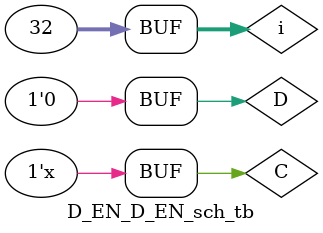
<source format=v>

`timescale 1ns / 1ps

module D_EN_D_EN_sch_tb();

// Inputs
   reg D;
   reg C;

// Output
   wire Q;
   wire Qn;

// Bidirs

// Instantiate the UUT
   D_EN UUT (
		.Q(Q), 
		.Qn(Qn), 
		.D(D), 
		.C(C)
   );
	integer i;
// Initialize Inputs
 //  `ifdef auto_init
       initial begin
		C=0;
		D=0;
		#40;
		D=1;
		#100;
		D=0;
		#100;
		D=1;
		#100;
		D=0;
		end
		always @*
		for(i=0;i<32;i=i+1)begin
		#50;
			C<=~C;
		end
 //  `endif
endmodule

</source>
